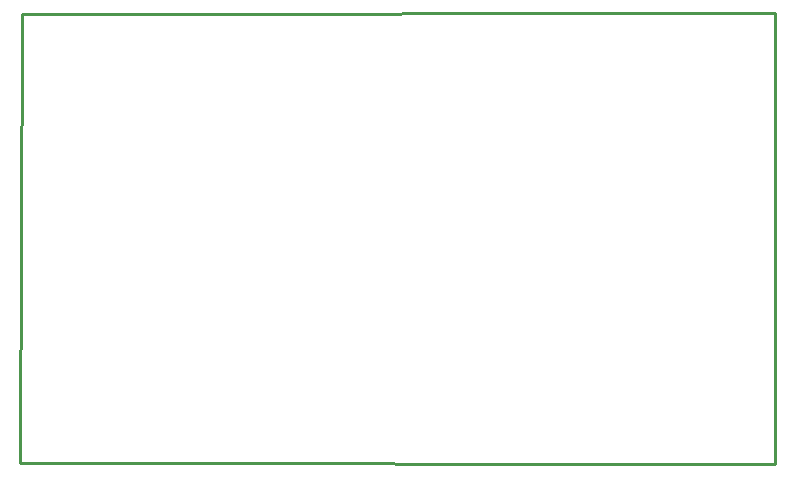
<source format=gko>
G04 Layer: BoardOutlineLayer*
G04 EasyEDA v6.5.46, 2025-04-11 15:52:01*
G04 898f7cb4de8248389c9d67f31726504a,899b5eb0d7ee4baeb7bb73a579ea36e5,10*
G04 Gerber Generator version 0.2*
G04 Scale: 100 percent, Rotated: No, Reflected: No *
G04 Dimensions in millimeters *
G04 leading zeros omitted , absolute positions ,4 integer and 5 decimal *
%FSLAX45Y45*%
%MOMM*%

%ADD10C,0.2540*%
D10*
X0Y0D02*
G01*
X6375400Y12700D01*
X6375400Y-3810000D01*
X-12700Y-3797300D01*
X0Y0D01*

%LPD*%
M02*

</source>
